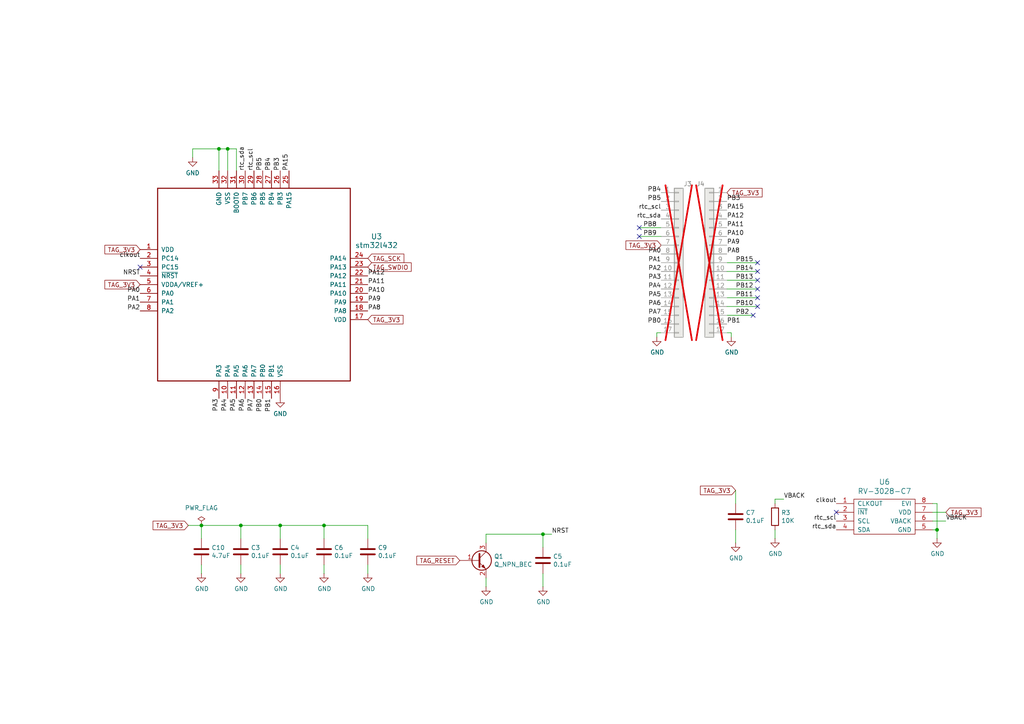
<source format=kicad_sch>
(kicad_sch (version 20231120) (generator "eeschema") (generator_version "8.0")
  (paper "A4")
  (title_block (title "Tag Breakout with stm32l432") (date "2025-04-28"))
  (lib_symbols
    (symbol "Connector_Generic:Conn_01x17" (pin_names (offset 1.016) hide)
      (property "Reference" "J" (at 0 22.86 0))
      (property "Value" "Conn_01x17" (at 0 -22.86 0))
      (symbol "Conn_01x17_1_1"
        (rectangle (start -1.27 -20.193) (end 0 -20.447) (stroke (width 0.1524)))
        (rectangle (start -1.27 -17.653) (end 0 -17.907) (stroke (width 0.1524)))
        (rectangle (start -1.27 -15.113) (end 0 -15.367) (stroke (width 0.1524)))
        (rectangle (start -1.27 -12.573) (end 0 -12.827) (stroke (width 0.1524)))
        (rectangle (start -1.27 -10.033) (end 0 -10.287) (stroke (width 0.1524)))
        (rectangle (start -1.27 -7.493) (end 0 -7.747) (stroke (width 0.1524)))
        (rectangle (start -1.27 -4.953) (end 0 -5.207) (stroke (width 0.1524)))
        (rectangle (start -1.27 -2.413) (end 0 -2.667) (stroke (width 0.1524)))
        (rectangle (start -1.27 0.127) (end 0 -0.127) (stroke (width 0.1524)))
        (rectangle (start -1.27 2.667) (end 0 2.413) (stroke (width 0.1524)))
        (rectangle (start -1.27 5.207) (end 0 4.953) (stroke (width 0.1524)))
        (rectangle (start -1.27 7.747) (end 0 7.493) (stroke (width 0.1524)))
        (rectangle (start -1.27 10.287) (end 0 10.033) (stroke (width 0.1524)))
        (rectangle (start -1.27 12.827) (end 0 12.573) (stroke (width 0.1524)))
        (rectangle (start -1.27 15.367) (end 0 15.113) (stroke (width 0.1524)))
        (rectangle (start -1.27 17.907) (end 0 17.653) (stroke (width 0.1524)))
        (rectangle (start -1.27 20.447) (end 0 20.193) (stroke (width 0.1524)))
        (rectangle (start -1.27 21.59) (end 1.27 -21.59) (stroke (width 0.254)) (fill (type background)))
        (pin passive line (at -5.08 20.32 0) (length 3.81) (name "Pin_1") (number "1"))
        (pin passive line (at -5.08 -2.54 0) (length 3.81) (name "Pin_10") (number "10"))
        (pin passive line (at -5.08 -5.08 0) (length 3.81) (name "Pin_11") (number "11"))
        (pin passive line (at -5.08 -7.62 0) (length 3.81) (name "Pin_12") (number "12"))
        (pin passive line (at -5.08 -10.16 0) (length 3.81) (name "Pin_13") (number "13"))
        (pin passive line (at -5.08 -12.7 0) (length 3.81) (name "Pin_14") (number "14"))
        (pin passive line (at -5.08 -15.24 0) (length 3.81) (name "Pin_15") (number "15"))
        (pin passive line (at -5.08 -17.78 0) (length 3.81) (name "Pin_16") (number "16"))
        (pin passive line (at -5.08 -20.32 0) (length 3.81) (name "Pin_17") (number "17"))
        (pin passive line (at -5.08 17.78 0) (length 3.81) (name "Pin_2") (number "2"))
        (pin passive line (at -5.08 15.24 0) (length 3.81) (name "Pin_3") (number "3"))
        (pin passive line (at -5.08 12.7 0) (length 3.81) (name "Pin_4") (number "4"))
        (pin passive line (at -5.08 10.16 0) (length 3.81) (name "Pin_5") (number "5"))
        (pin passive line (at -5.08 7.62 0) (length 3.81) (name "Pin_6") (number "6"))
        (pin passive line (at -5.08 5.08 0) (length 3.81) (name "Pin_7") (number "7"))
        (pin passive line (at -5.08 2.54 0) (length 3.81) (name "Pin_8") (number "8"))
        (pin passive line (at -5.08 0 0) (length 3.81) (name "Pin_9") (number "9"))
      )
    )
    (symbol "Device:C" (pin_numbers hide) (pin_names (offset 0.254))
      (property "Reference" "C" (at 0.635 2.54 0))
      (property "Value" "C" (at 0.635 -2.54 0))
      (symbol "C_0_1"
        (polyline (pts (xy -2.032 -0.762) (xy 2.032 -0.762)) (stroke (width 0.508)))
        (polyline (pts (xy -2.032 0.762) (xy 2.032 0.762)) (stroke (width 0.508)))
      )
      (symbol "C_1_1"
        (pin passive line (at 0 3.81 270) (length 2.794) (name "~") (number "1"))
        (pin passive line (at 0 -3.81 90) (length 2.794) (name "~") (number "2"))
      )
    )
    (symbol "Device:Q_NPN_BEC" (pin_names (offset 0) hide)
      (property "Reference" "Q" (at 5.08 1.27 0))
      (property "Value" "Q_NPN_BEC" (at 5.08 -1.27 0))
      (symbol "Q_NPN_BEC_0_1"
        (polyline (pts (xy 0.635 0.635) (xy 2.54 2.54)))
        (polyline (pts (xy 0.635 -0.635) (xy 2.54 -2.54) (xy 2.54 -2.54)))
        (polyline (pts (xy 0.635 1.905) (xy 0.635 -1.905) (xy 0.635 -1.905)) (stroke (width 0.508)))
        (polyline (pts (xy 1.27 -1.778) (xy 1.778 -1.27) (xy 2.286 -2.286) (xy 1.27 -1.778) (xy 1.27 -1.778)) (fill (type outline)))
        (circle (center 1.27 0) (radius 2.8194) (stroke (width 0.254)))
      )
      (symbol "Q_NPN_BEC_1_1"
        (pin input line (at -5.08 0 0) (length 5.715) (name "B") (number "1"))
        (pin passive line (at 2.54 -5.08 90) (length 2.54) (name "E") (number "2"))
        (pin passive line (at 2.54 5.08 270) (length 2.54) (name "C") (number "3"))
      )
    )
    (symbol "Device:R" (pin_numbers hide) (pin_names (offset 0))
      (property "Reference" "R" (at 2.032 0 90))
      (property "Value" "R" (at 0 0 90))
      (symbol "R_0_1"
        (rectangle (start -1.016 -2.54) (end 1.016 2.54) (stroke (width 0.254)))
      )
      (symbol "R_1_1"
        (pin passive line (at 0 3.81 270) (length 1.27) (name "~") (number "1"))
        (pin passive line (at 0 -3.81 90) (length 1.27) (name "~") (number "2"))
      )
    )
    (symbol "power:GND" (power) (pin_numbers hide) (pin_names (offset 0) hide)
      (property "Value" "GND" (at 0 -3.81 0))
      (symbol "GND_0_1"
        (polyline (pts (xy 0 0) (xy 0 -1.27) (xy 1.27 -1.27) (xy 0 -2.54) (xy -1.27 -1.27) (xy 0 -1.27)))
      )
      (symbol "GND_1_1"
        (pin power_in line (at 0 0 270) (length 0) (name "~") (number "1"))
      )
    )
    (symbol "power:PWR_FLAG" (power) (pin_numbers hide) (pin_names (offset 0) hide)
      (property "Value" "PWR_FLAG" (at 0 3.81 0))
      (symbol "PWR_FLAG_0_0"
        (pin power_out line (at 0 0 90) (length 0) (name "~") (number "1"))
      )
      (symbol "PWR_FLAG_0_1"
        (polyline (pts (xy 0 0) (xy 0 1.27) (xy -1.016 1.905) (xy 0 2.54) (xy 1.016 1.905) (xy 0 1.27)))
      )
    )
    (symbol "tag-library:RV-3028-C7" (pin_names (offset 1.016))
      (property "Reference" "U" (at 0 7.62 0))
      (property "Value" "RV-3028-C7" (at 1.27 -7.62 0))
      (symbol "RV-3028-C7_0_1"
        (rectangle (start -8.89 5.08) (end 8.89 -5.08))
      )
      (symbol "RV-3028-C7_1_1"
        (pin input line (at -13.97 3.81 0) (length 5.08) (name "CLKOUT") (number "1"))
        (pin input line (at -13.97 1.27 0) (length 5.08) (name "~{INT}") (number "2"))
        (pin input line (at -13.97 -1.27 0) (length 5.08) (name "SCL") (number "3"))
        (pin input line (at -13.97 -3.81 0) (length 5.08) (name "SDA") (number "4"))
        (pin input line (at 13.97 -3.81 180) (length 5.08) (name "GND") (number "5"))
        (pin input line (at 13.97 -1.27 180) (length 5.08) (name "VBACK") (number "6"))
        (pin input line (at 13.97 1.27 180) (length 5.08) (name "VDD") (number "7"))
        (pin input line (at 13.97 3.81 180) (length 5.08) (name "EVI") (number "8"))
      )
    )
    (symbol "tag-library:stm32l432" (pin_names (offset 1.016))
      (property "Reference" "U" (at 36.83 -3.81 0))
      (property "Value" "stm32l432" (at 59.69 -24.13 0))
      (symbol "stm32l432_1_1"
        (rectangle (start 5.08 17.78) (end 60.96 -38.1) (stroke (width 0.3048)))
        (pin power_in line (at 0 0 0) (length 5.08) (name "VDD") (number "1"))
        (pin bidirectional line (at 25.4 -43.18 90) (length 5.08) (name "PA4") (number "10"))
        (pin bidirectional line (at 27.94 -43.18 90) (length 5.08) (name "PA5") (number "11"))
        (pin bidirectional line (at 30.48 -43.18 90) (length 5.08) (name "PA6") (number "12"))
        (pin bidirectional line (at 33.02 -43.18 90) (length 5.08) (name "PA7") (number "13"))
        (pin bidirectional line (at 35.56 -43.18 90) (length 5.08) (name "PB0") (number "14"))
        (pin bidirectional line (at 38.1 -43.18 90) (length 5.08) (name "PB1") (number "15"))
        (pin power_in line (at 40.64 -43.18 90) (length 5.08) (name "VSS") (number "16"))
        (pin power_in line (at 66.04 -20.32 180) (length 5.08) (name "VDD") (number "17"))
        (pin bidirectional line (at 66.04 -17.78 180) (length 5.08) (name "PA8") (number "18"))
        (pin bidirectional line (at 66.04 -15.24 180) (length 5.08) (name "PA9") (number "19"))
        (pin bidirectional line (at 0 -2.54 0) (length 5.08) (name "PC14") (number "2"))
        (pin bidirectional line (at 66.04 -12.7 180) (length 5.08) (name "PA10") (number "20"))
        (pin bidirectional line (at 66.04 -10.16 180) (length 5.08) (name "PA11") (number "21"))
        (pin bidirectional line (at 66.04 -7.62 180) (length 5.08) (name "PA12") (number "22"))
        (pin bidirectional line (at 66.04 -5.08 180) (length 5.08) (name "PA13") (number "23"))
        (pin bidirectional line (at 66.04 -2.54 180) (length 5.08) (name "PA14") (number "24"))
        (pin bidirectional line (at 43.18 22.86 270) (length 5.08) (name "PA15") (number "25"))
        (pin bidirectional line (at 40.64 22.86 270) (length 5.08) (name "PB3") (number "26"))
        (pin bidirectional line (at 38.1 22.86 270) (length 5.08) (name "PB4") (number "27"))
        (pin bidirectional line (at 35.56 22.86 270) (length 5.08) (name "PB5") (number "28"))
        (pin bidirectional line (at 33.02 22.86 270) (length 5.08) (name "PB6") (number "29"))
        (pin bidirectional line (at 0 -5.08 0) (length 5.08) (name "PC15") (number "3"))
        (pin bidirectional line (at 30.48 22.86 270) (length 5.08) (name "PB7") (number "30"))
        (pin input line (at 27.94 22.86 270) (length 5.08) (name "BOOT0") (number "31"))
        (pin power_in line (at 25.4 22.86 270) (length 5.08) (name "VSS") (number "32"))
        (pin power_in line (at 22.86 22.86 270) (length 5.08) (name "GND") (number "33"))
        (pin input line (at 0 -7.62 0) (length 5.08) (name "~{NRST}") (number "4"))
        (pin power_in line (at 0 -10.16 0) (length 5.08) (name "VDDA/VREF+") (number "5"))
        (pin bidirectional line (at 0 -12.7 0) (length 5.08) (name "PA0") (number "6"))
        (pin bidirectional line (at 0 -15.24 0) (length 5.08) (name "PA1") (number "7"))
        (pin bidirectional line (at 0 -17.78 0) (length 5.08) (name "PA2") (number "8"))
        (pin bidirectional line (at 22.86 -43.18 90) (length 5.08) (name "PA3") (number "9"))
      )
    )
  )
  (junction (at 63.5 43.18))
  (junction (at 58.42 152.4))
  (junction (at 93.98 152.4))
  (junction (at 271.78 153.67))
  (junction (at 81.28 152.4))
  (junction (at 69.85 152.4))
  (junction (at 66.04 43.18))
  (junction (at 157.48 154.94))
  (no_connect (at 218.44 91.44))
  (no_connect (at 219.71 83.82))
  (no_connect (at 219.71 81.28))
  (no_connect (at 219.71 76.2))
  (no_connect (at 242.57 148.59))
  (no_connect (at 219.71 78.74))
  (no_connect (at 219.71 86.36))
  (no_connect (at 219.71 88.9))
  (no_connect (at 40.64 77.47))
  (no_connect (at 185.42 66.04))
  (no_connect (at 185.42 68.58))
  (wire (pts (xy 210.82 96.52) (xy 212.09 96.52)))
  (wire (pts (xy 210.82 91.44) (xy 218.44 91.44)))
  (wire (pts (xy 69.85 152.4) (xy 69.85 156.21)))
  (wire (pts (xy 93.98 152.4) (xy 93.98 156.21)))
  (wire (pts (xy 210.82 78.74) (xy 219.71 78.74)))
  (wire (pts (xy 93.98 163.83) (xy 93.98 166.37)))
  (wire (pts (xy 213.36 142.24) (xy 213.36 146.05)))
  (wire (pts (xy 140.97 167.64) (xy 140.97 170.18)))
  (wire (pts (xy 190.5 96.52) (xy 190.5 97.79)))
  (wire (pts (xy 157.48 158.75) (xy 157.48 154.94)))
  (wire (pts (xy 63.5 43.18) (xy 63.5 49.53)))
  (wire (pts (xy 54.61 152.4) (xy 58.42 152.4)))
  (wire (pts (xy 270.51 151.13) (xy 274.32 151.13)))
  (wire (pts (xy 157.48 154.94) (xy 140.97 154.94)))
  (wire (pts (xy 210.82 88.9) (xy 219.71 88.9)))
  (wire (pts (xy 58.42 152.4) (xy 69.85 152.4)))
  (wire (pts (xy 93.98 152.4) (xy 106.68 152.4)))
  (wire (pts (xy 157.48 166.37) (xy 157.48 170.18)))
  (wire (pts (xy 212.09 96.52) (xy 212.09 97.79)))
  (wire (pts (xy 185.42 68.58) (xy 191.77 68.58)))
  (wire (pts (xy 58.42 163.83) (xy 58.42 166.37)))
  (wire (pts (xy 55.88 45.72) (xy 55.88 43.18)))
  (wire (pts (xy 66.04 43.18) (xy 66.04 49.53)))
  (wire (pts (xy 81.28 152.4) (xy 81.28 156.21)))
  (wire (pts (xy 271.78 153.67) (xy 271.78 156.21)))
  (wire (pts (xy 210.82 81.28) (xy 219.71 81.28)))
  (wire (pts (xy 106.68 163.83) (xy 106.68 166.37)))
  (wire (pts (xy 191.77 96.52) (xy 190.5 96.52)))
  (wire (pts (xy 81.28 163.83) (xy 81.28 166.37)))
  (wire (pts (xy 140.97 154.94) (xy 140.97 157.48)))
  (wire (pts (xy 185.42 66.04) (xy 191.77 66.04)))
  (wire (pts (xy 271.78 146.05) (xy 271.78 153.67)))
  (wire (pts (xy 63.5 43.18) (xy 66.04 43.18)))
  (wire (pts (xy 210.82 76.2) (xy 219.71 76.2)))
  (wire (pts (xy 224.79 144.78) (xy 224.79 146.05)))
  (wire (pts (xy 55.88 43.18) (xy 63.5 43.18)))
  (wire (pts (xy 224.79 153.67) (xy 224.79 156.21)))
  (wire (pts (xy 160.02 154.94) (xy 157.48 154.94)))
  (wire (pts (xy 213.36 153.67) (xy 213.36 157.48)))
  (wire (pts (xy 69.85 163.83) (xy 69.85 166.37)))
  (wire (pts (xy 68.58 43.18) (xy 68.58 49.53)))
  (wire (pts (xy 270.51 146.05) (xy 271.78 146.05)))
  (wire (pts (xy 227.33 144.78) (xy 224.79 144.78)))
  (wire (pts (xy 69.85 152.4) (xy 81.28 152.4)))
  (wire (pts (xy 81.28 152.4) (xy 93.98 152.4)))
  (wire (pts (xy 58.42 156.21) (xy 58.42 152.4)))
  (wire (pts (xy 106.68 152.4) (xy 106.68 156.21)))
  (wire (pts (xy 66.04 43.18) (xy 68.58 43.18)))
  (wire (pts (xy 270.51 148.59) (xy 274.32 148.59)))
  (wire (pts (xy 210.82 83.82) (xy 219.71 83.82)))
  (wire (pts (xy 270.51 153.67) (xy 271.78 153.67)))
  (wire (pts (xy 210.82 86.36) (xy 219.71 86.36)))
  (label "PA6" (at 191.77 88.9 180))
  (label "PA8" (at 106.68 90.17 0))
  (label "PA4" (at 191.77 83.82 180))
  (label "rtc_sda" (at 242.57 153.67 180))
  (label "PB4" (at 191.77 55.88 180))
  (label "VBACK" (at 227.33 144.78 0))
  (label "PA5" (at 68.58 115.57 270))
  (label "PB11" (at 213.36 86.36 0))
  (label "PA3" (at 63.5 115.57 270))
  (label "PA2" (at 40.64 90.17 180))
  (label "PA2" (at 191.77 78.74 180))
  (label "PA0" (at 191.77 73.66 180))
  (label "PA6" (at 71.12 115.57 270))
  (label "PA10" (at 210.82 68.58 0))
  (label "PA5" (at 191.77 86.36 180))
  (label "PB1" (at 78.74 115.57 270))
  (label "clkout" (at 242.57 146.05 180))
  (label "PB2" (at 213.36 91.44 0))
  (label "PA4" (at 66.04 115.57 270))
  (label "PA12" (at 210.82 63.5 0))
  (label "PA3" (at 191.77 81.28 180))
  (label "PB3" (at 210.82 58.42 0))
  (label "PA12" (at 106.68 80.01 0))
  (label "PA10" (at 106.68 85.09 0))
  (label "PB8" (at 190.5 66.04 180))
  (label "clkout" (at 40.64 74.93 180))
  (label "PB0" (at 191.77 93.98 180))
  (label "PB5" (at 191.77 58.42 180))
  (label "NRST" (at 160.02 154.94 0))
  (label "PB12" (at 213.36 83.82 0))
  (label "PA8" (at 210.82 73.66 0))
  (label "VBACK" (at 274.32 151.13 0))
  (label "PB3" (at 81.28 49.53 90))
  (label "PB9" (at 190.5 68.58 180))
  (label "rtc_scl" (at 242.57 151.13 180))
  (label "PB4" (at 78.74 49.53 90))
  (label "PA15" (at 210.82 60.96 0))
  (label "PB13" (at 213.36 81.28 0))
  (label "rtc_scl" (at 191.77 60.96 180))
  (label "PB5" (at 76.2 49.53 90))
  (label "PA1" (at 40.64 87.63 180))
  (label "NRST" (at 40.64 80.01 180))
  (label "PA11" (at 210.82 66.04 0))
  (label "PA11" (at 106.68 82.55 0))
  (label "PA7" (at 191.77 91.44 180))
  (label "rtc_sda" (at 71.12 49.53 90))
  (label "PB14" (at 213.36 78.74 0))
  (label "rtc_scl" (at 73.66 49.53 90))
  (label "PB10" (at 213.36 88.9 0))
  (label "PA9" (at 106.68 87.63 0))
  (label "PB0" (at 76.2 115.57 270))
  (label "PA15" (at 83.82 49.53 90))
  (label "rtc_sda" (at 191.77 63.5 180))
  (label "PB15" (at 213.36 76.2 0))
  (label "PA7" (at 73.66 115.57 270))
  (label "PA1" (at 191.77 76.2 180))
  (label "PB1" (at 210.82 93.98 0))
  (label "PA0" (at 40.64 85.09 180))
  (label "PA9" (at 210.82 71.12 0))
  (global_label "TAG_3V3" (shape input) (at 40.64 82.55 180) (property "Intersheetrefs" "${INTERSHEET_REFS}" (effects (hide yes))))
  (global_label "TAG_3V3" (shape input) (at 106.68 92.71 0) (property "Intersheetrefs" "${INTERSHEET_REFS}" (effects (hide yes))))
  (global_label "TAG_SWDIO" (shape input) (at 106.68 77.47 0) (property "Intersheetrefs" "${INTERSHEET_REFS}" (effects (hide yes))))
  (global_label "TAG_3V3" (shape input) (at 210.82 55.88 0) (property "Intersheetrefs" "${INTERSHEET_REFS}" (effects (hide yes))))
  (global_label "TAG_RESET" (shape input) (at 133.35 162.56 180) (property "Intersheetrefs" "${INTERSHEET_REFS}" (effects (hide yes))))
  (global_label "TAG_3V3" (shape input) (at 191.77 71.12 180) (property "Intersheetrefs" "${INTERSHEET_REFS}" (effects (hide yes))))
  (global_label "TAG_3V3" (shape input) (at 40.64 72.39 180) (property "Intersheetrefs" "${INTERSHEET_REFS}" (effects (hide yes))))
  (global_label "TAG_3V3" (shape input) (at 213.36 142.24 180) (property "Intersheetrefs" "${INTERSHEET_REFS}" (effects (hide yes))))
  (global_label "TAG_3V3" (shape input) (at 54.61 152.4 180) (property "Intersheetrefs" "${INTERSHEET_REFS}" (effects (hide yes))))
  (global_label "TAG_3V3" (shape input) (at 274.32 148.59 0) (property "Intersheetrefs" "${INTERSHEET_REFS}" (effects (hide yes))))
  (global_label "TAG_SCK" (shape input) (at 106.68 74.93 0) (property "Intersheetrefs" "${INTERSHEET_REFS}" (effects (hide yes))))
  (symbol (lib_id "Device:C") (at 58.42 160.02 0) (unit 1)
    (property "Reference" "C10" (at 61.341 158.8516 0) (effects (justify left)))
    (property "Value" "4.7uF" (at 61.341 161.163 0) (effects (justify left)))
    (property "Footprint" "Capacitor_SMD:C_0603_1608Metric" (effects (hide yes)))
    (property "LCSC" "C19666" (effects (hide yes)))
  )
  (symbol (lib_id "power:GND") (at 58.42 166.37 0) (unit 1)
    (property "Reference" "#PWR0118" (effects (hide yes)))
    (property "Value" "GND" (at 58.547 170.7642 0))
    (property "Description" "Power symbol creates a global label with name \"GND\" , ground" (effects (hide yes)))
  )
  (symbol (lib_id "Device:C") (at 69.85 160.02 0) (unit 1)
    (property "Reference" "C3" (at 72.771 158.8516 0) (effects (justify left)))
    (property "Value" "0.1uF" (at 72.771 161.163 0) (effects (justify left)))
    (property "Footprint" "Capacitor_SMD:C_0603_1608Metric" (effects (hide yes)))
    (property "LCSC" "C14663" (effects (hide yes)))
    (property "MFN" "YAGEO" (effects (hide yes)))
    (property "MPN" "CC0603KRX7R9BB104 " (effects (hide yes)))
  )
  (symbol (lib_id "Device:C") (at 81.28 160.02 0) (unit 1)
    (property "Reference" "C4" (at 84.201 158.8516 0) (effects (justify left)))
    (property "Value" "0.1uF" (at 84.201 161.163 0) (effects (justify left)))
    (property "Footprint" "Capacitor_SMD:C_0603_1608Metric" (effects (hide yes)))
    (property "LCSC" "C14663" (effects (hide yes)))
    (property "MFN" "YAGEO" (effects (hide yes)))
    (property "MPN" "CC0603KRX7R9BB104 " (effects (hide yes)))
  )
  (symbol (lib_id "Device:C") (at 93.98 160.02 0) (unit 1)
    (property "Reference" "C6" (at 96.901 158.8516 0) (effects (justify left)))
    (property "Value" "0.1uF" (at 96.901 161.163 0) (effects (justify left)))
    (property "Footprint" "Capacitor_SMD:C_0603_1608Metric" (effects (hide yes)))
    (property "LCSC" "C14663" (effects (hide yes)))
    (property "MFN" "YAGEO" (effects (hide yes)))
    (property "MPN" "CC0603KRX7R9BB104 " (effects (hide yes)))
  )
  (symbol (lib_id "Device:C") (at 106.68 160.02 0) (unit 1)
    (property "Reference" "C9" (at 109.601 158.8516 0) (effects (justify left)))
    (property "Value" "0.1uF" (at 109.601 161.163 0) (effects (justify left)))
    (property "Footprint" "Capacitor_SMD:C_0603_1608Metric" (effects (hide yes)))
    (property "LCSC" "C14663" (effects (hide yes)))
    (property "MFN" "YAGEO" (effects (hide yes)))
    (property "MPN" "CC0603KRX7R9BB104 " (effects (hide yes)))
  )
  (symbol (lib_id "power:GND") (at 69.85 166.37 0) (unit 1)
    (property "Reference" "#PWR0119" (effects (hide yes)))
    (property "Value" "GND" (at 69.977 170.7642 0))
    (property "Description" "Power symbol creates a global label with name \"GND\" , ground" (effects (hide yes)))
  )
  (symbol (lib_id "power:GND") (at 81.28 166.37 0) (unit 1)
    (property "Reference" "#PWR0120" (effects (hide yes)))
    (property "Value" "GND" (at 81.407 170.7642 0))
    (property "Description" "Power symbol creates a global label with name \"GND\" , ground" (effects (hide yes)))
  )
  (symbol (lib_id "power:GND") (at 93.98 166.37 0) (unit 1)
    (property "Reference" "#PWR0121" (effects (hide yes)))
    (property "Value" "GND" (at 94.107 170.7642 0))
    (property "Description" "Power symbol creates a global label with name \"GND\" , ground" (effects (hide yes)))
  )
  (symbol (lib_id "power:GND") (at 106.68 166.37 0) (unit 1)
    (property "Reference" "#PWR0122" (effects (hide yes)))
    (property "Value" "GND" (at 106.807 170.7642 0))
    (property "Description" "Power symbol creates a global label with name \"GND\" , ground" (effects (hide yes)))
  )
  (symbol (lib_id "Device:C") (at 157.48 162.56 0) (unit 1)
    (property "Reference" "C5" (at 160.401 161.3916 0) (effects (justify left)))
    (property "Value" "0.1uF" (at 160.401 163.703 0) (effects (justify left)))
    (property "Footprint" "Capacitor_SMD:C_0603_1608Metric" (effects (hide yes)))
    (property "LCSC" "C14663" (effects (hide yes)))
    (property "MFN" "YAGEO" (effects (hide yes)))
    (property "MPN" "CC0603KRX7R9BB104 " (effects (hide yes)))
  )
  (symbol (lib_id "Device:Q_NPN_BEC") (at 138.43 162.56 0) (unit 1)
    (property "Reference" "Q1" (at 143.2814 161.3916 0) (effects (justify left)))
    (property "Value" "Q_NPN_BEC" (at 143.2814 163.703 0) (effects (justify left)))
    (property "Footprint" "Package_TO_SOT_SMD:SOT-23" (effects (hide yes)))
    (property "LCSC" "C20527" (effects (hide yes)))
  )
  (symbol (lib_id "power:GND") (at 140.97 170.18 0) (unit 1)
    (property "Reference" "#PWR0125" (effects (hide yes)))
    (property "Value" "GND" (at 141.097 174.5742 0))
    (property "Description" "Power symbol creates a global label with name \"GND\" , ground" (effects (hide yes)))
  )
  (symbol (lib_id "power:GND") (at 157.48 170.18 0) (unit 1)
    (property "Reference" "#PWR0126" (effects (hide yes)))
    (property "Value" "GND" (at 157.607 174.5742 0))
    (property "Description" "Power symbol creates a global label with name \"GND\" , ground" (effects (hide yes)))
  )
  (symbol (lib_id "tag-library:RV-3028-C7") (at 256.54 149.86 0) (unit 1)
    (property "Reference" "U6" (at 256.54 139.7762 0) (effects (font (size 1.524 1.524))))
    (property "Value" "RV-3028-C7" (at 256.54 142.4686 0) (effects (font (size 1.524 1.524))))
    (property "Footprint" "library:RV-8803-C7" (effects (hide yes)))
    (property "LCSC" "C3019759 " (effects (hide yes)))
  )
  (symbol (lib_id "Device:C") (at 213.36 149.86 0) (unit 1)
    (property "Reference" "C7" (at 216.281 148.6916 0) (effects (justify left)))
    (property "Value" "0.1uF" (at 216.281 151.003 0) (effects (justify left)))
    (property "Footprint" "Capacitor_SMD:C_0603_1608Metric" (effects (hide yes)))
    (property "LCSC" "C14663" (effects (hide yes)))
    (property "MFN" "YAGEO" (effects (hide yes)))
    (property "MPN" "CC0603KRX7R9BB104 " (effects (hide yes)))
  )
  (symbol (lib_id "Device:R") (at 224.79 149.86 180) (unit 1)
    (property "Reference" "R3" (at 226.568 148.6916 0) (effects (justify right)))
    (property "Value" "10K" (at 226.568 151.003 0) (effects (justify right)))
    (property "Footprint" "Resistor_SMD:R_0603_1608Metric" (effects (hide yes)))
    (property "LCSC" "C25804" (effects (hide yes)))
    (property "MFN" "Uniroyal Elec." (effects (hide yes)))
    (property "MPN" "0603WAF1002T5E" (effects (hide yes)))
  )
  (symbol (lib_id "power:GND") (at 224.79 156.21 0) (unit 1)
    (property "Reference" "#PWR0127" (effects (hide yes)))
    (property "Value" "GND" (at 224.917 160.6042 0))
    (property "Description" "Power symbol creates a global label with name \"GND\" , ground" (effects (hide yes)))
  )
  (symbol (lib_id "power:GND") (at 213.36 157.48 0) (unit 1)
    (property "Reference" "#PWR0128" (effects (hide yes)))
    (property "Value" "GND" (at 213.487 161.8742 0))
    (property "Description" "Power symbol creates a global label with name \"GND\" , ground" (effects (hide yes)))
  )
  (symbol (lib_id "power:GND") (at 271.78 156.21 0) (unit 1)
    (property "Reference" "#PWR0129" (effects (hide yes)))
    (property "Value" "GND" (at 271.907 160.6042 0))
    (property "Description" "Power symbol creates a global label with name \"GND\" , ground" (effects (hide yes)))
  )
  (symbol (lib_id "Connector_Generic:Conn_01x17") (at 205.74 76.2 0) (mirror y) (unit 1) (dnp yes)
    (property "Reference" "J4" (at 203.2 53.34 0))
    (property "Value" "Conn_01x17" (effects (hide yes)))
    (property "Footprint" "library:PinHeader_1x17_P2.54mm_Vertical_Staggered" (effects (hide yes)))
  )
  (symbol (lib_id "Connector_Generic:Conn_01x17") (at 196.85 76.2 0) (unit 1) (dnp yes)
    (property "Reference" "J3" (at 200.66 53.34 0) (effects (justify right)))
    (property "Value" "Conn_01x17" (effects (hide yes)))
    (property "Footprint" "library:PinHeader_1x17_P2.54mm_Vertical_Staggered" (effects (hide yes)))
  )
  (symbol (lib_id "power:GND") (at 212.09 97.79 0) (unit 1)
    (property "Reference" "#PWR0130" (effects (hide yes)))
    (property "Value" "GND" (at 212.217 102.1842 0))
    (property "Description" "Power symbol creates a global label with name \"GND\" , ground" (effects (hide yes)))
  )
  (symbol (lib_id "power:GND") (at 190.5 97.79 0) (unit 1)
    (property "Reference" "#PWR0131" (effects (hide yes)))
    (property "Value" "GND" (at 190.627 102.1842 0))
    (property "Description" "Power symbol creates a global label with name \"GND\" , ground" (effects (hide yes)))
  )
  (symbol (lib_id "power:PWR_FLAG") (at 58.42 152.4 0) (unit 1)
    (property "Reference" "#FLG2" (effects (hide yes)))
    (property "Value" "PWR_FLAG" (at 58.42 147.32 0))
    (property "Description" "Special symbol for telling ERC where power comes from" (effects (hide yes)))
  )
  (symbol (lib_id "tag-library:stm32l432") (at 40.64 72.39 0) (unit 1)
    (property "Reference" "U3" (at 109.22 68.6114 0) (effects (font (size 1.524 1.524))))
    (property "Value" "stm32l432" (at 109.22 71.1514 0) (effects (font (size 1.524 1.524))))
    (property "Footprint" "Package_DFN_QFN:UFQFPN-32-1EP_5x5mm_P0.5mm_EP3.5x3.5mm" (effects (hide yes)))
    (property "LCSC" "C94784" (effects (hide yes)))
  )
  (symbol (lib_id "power:GND") (at 81.28 115.57 0) (unit 1)
    (property "Reference" "#PWR1" (effects (hide yes)))
    (property "Value" "GND" (at 81.28 120.015 0))
    (property "Description" "Power symbol creates a global label with name \"GND\" , ground" (effects (hide yes)))
  )
  (symbol (lib_id "power:GND") (at 55.88 45.72 0) (unit 1)
    (property "Reference" "#PWR2" (effects (hide yes)))
    (property "Value" "GND" (at 55.88 50.165 0))
    (property "Description" "Power symbol creates a global label with name \"GND\" , ground" (effects (hide yes)))
  )
)
</source>
